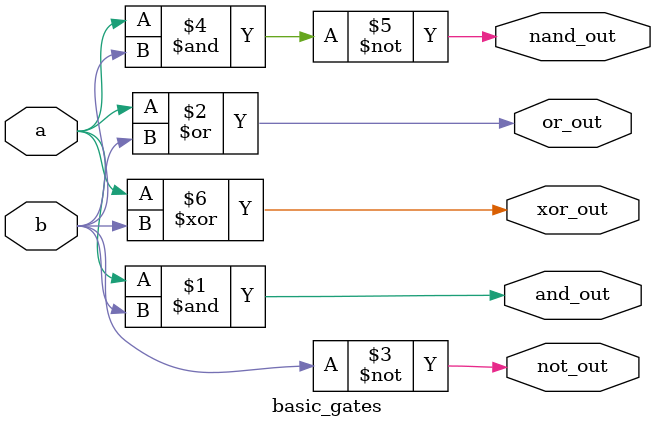
<source format=v>
module basic_gates(
  input a,b,
  output and_out,
  output or_out,
  output not_out,
  output nand_out,
  output xor_out
);
  
  assign and_out = a & b; // assign means a continous assignment 
  assign or_out = a | b;
  assign not_out = ~b;
  assign nand_out = ~(a & b);
  assign xor_out = a ^ b;
  
endmodule

</source>
